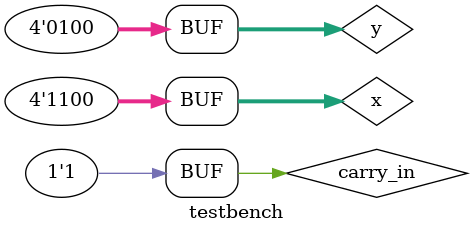
<source format=v>
module testbench;

    // input and output test signals
    reg[3:0] x;
    reg[3:0] y;
    reg carry_in;

    wire[3:0] z;
    wire carry_out;
    // creating the instance of the module we want to test
    //  lab1 - module name
    //  dut  - instance name ('dut' means 'device under test')
    prefix_adder #(.LEVELS(2), .WIDTH(4)) dut (.x(x), .y(y), .carry_in(carry_in), .z(z), .carry_out(carry_out));

    // do at the beginning of the simulation
    initial
        begin
            carry_in = 0;
            x = 4'b11;
            y = 4'b101;

            #10;            // pause
            x = 4'b0;    // set test signals value
            #10;            // pause
            carry_in = 1;
            #10;            // pause
            x = 4'b1100;
            y = 4'b0100;
            #10;
        end

    // do at the beginning of the simulation
    //  print signal values on every change
    initial
        $monitor("x=%b y=%b carry_in=%b z=%b carry_out=%b", x, y,carry_in, z, carry_out);

    // do at the beginning of the simulation
    initial
        $dumpvars;  //iverilog dump init

endmodule

</source>
